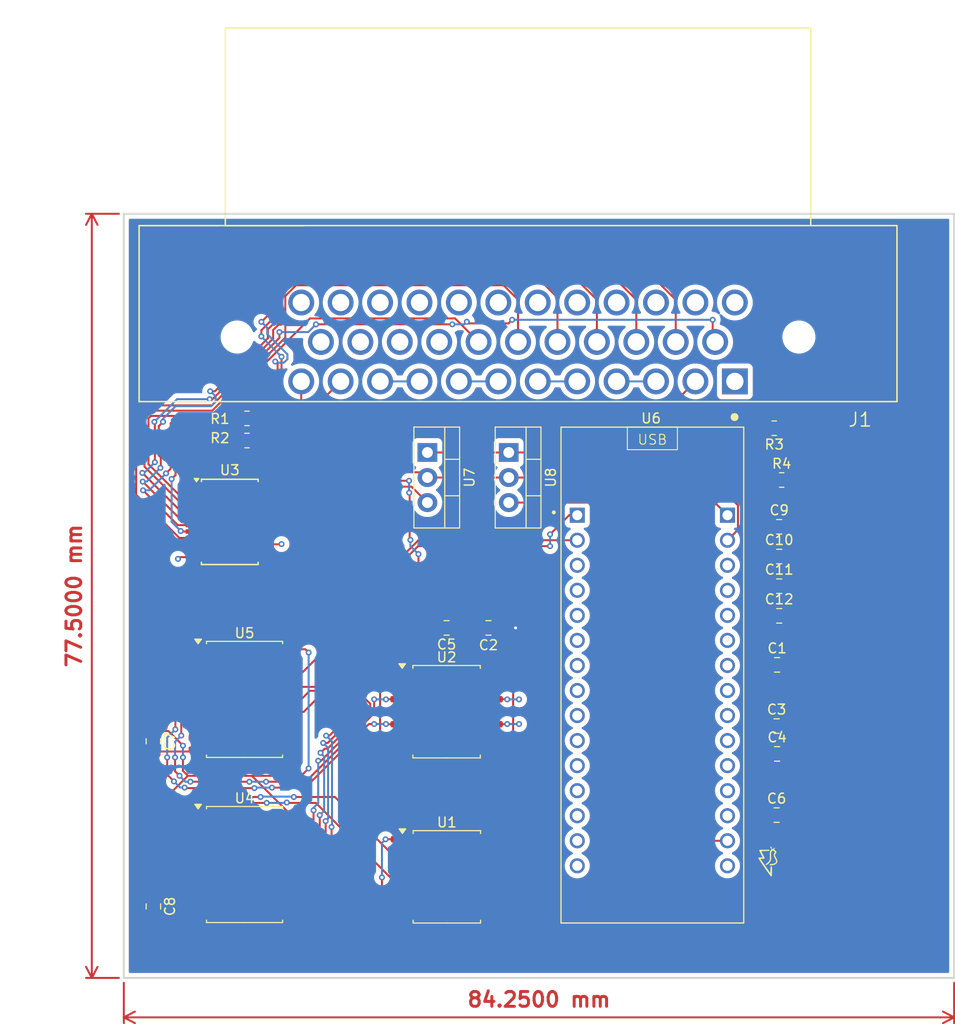
<source format=kicad_pcb>
(kicad_pcb (version 20240108) (generator "pcbnew") (generator_version "8.0")
  (layers (0 "F.Cu" signal) (31 "B.Cu" signal) (34 "B.Paste" user) (35 "F.Paste" user) (36 "B.SilkS" user "B.Silkscreen") (37 "F.SilkS" user "F.Silkscreen") (38 "B.Mask" user) (39 "F.Mask" user) (44 "Edge.Cuts" user))
  (net 0 "")
  (net 1 "+5V")
  (net 2 "GND")
  (net 3 "+3V3")
  (net 4 "+9V")
  (net 5 "+3.3V")
  (net 6 "Brake Sensor F 3V3")
  (net 7 "Brake Sensor F")
  (net 8 "Brake Sensor B")
  (net 9 "Brake Sensor R 3V3")
  (net 10 "CAN1_TX")
  (net 11 "CAN1_RX")
  (net 12 "CAN1_H")
  (net 13 "CAN1_L")
  (net 14 "CAN2_TX")
  (net 15 "CAN2_L")
  (net 16 "CAN2_H")
  (net 17 "CAN2_RX")
  (net 20 "S4")
  (net 22 "S3")
  (net 23 "Acc Intake Pressure")
  (net 24 "ADC")
  (net 25 "Steering Sensor")
  (net 27 "S1")
  (net 28 "S2")
  (net 29 "Acc Intake Temp")
  (net 32 "Acc Intake Flow Rate")
  (net 35 "Acc Exhaust Temp")
  (net 41 "SPI3_MOSI")
  (net 43 "SPI3_SCLK")
  (net 47 "SPI3_MISO")
  (net 49 "SPI3_SSEL1")
  (net 57 "SPI3_SSEL2")
  (net 64 "SPI3-MOSI")
  (net 65 "SPI3-MISO")
  (net 78 "SPI3-SCLK")
  (net 82 "+12V")
  (footprint "FS_3_Global_Footprint_Library:NUCLEO-L432KC" (layer "F.Cu") (at 80.88 64.035)
    (property "Reference" "U6")
    (property "Value" "NUCLEO-L432KC")
  )
  (footprint "Package_SO:SOP-8_6.62x9.15mm_P2.54mm" (layer "F.Cu") (at 60.025 84.5)
    (property "Reference" "U1")
    (property "Value" "ISO1050DUB")
  )
  (footprint "Resistor_SMD:R_0805_2012Metric_Pad1.20x1.40mm_HandSolder" (layer "F.Cu") (at 39.75 40.25 180)
    (property "Reference" "R2")
    (property "Value" "10k")
  )
  (footprint "Capacitor_SMD:C_0805_2012Metric_Pad1.18x1.45mm_HandSolder" (layer "F.Cu") (at 30.25 87.5 -90)
    (property "Reference" "C8")
    (property "Value" "100nf")
  )
  (footprint "Capacitor_SMD:C_0805_2012Metric_Pad1.18x1.45mm_HandSolder" (layer "F.Cu") (at 93.75 58.03)
    (property "Reference" "C12")
    (property "Value" "100nf")
  )
  (footprint "Resistor_SMD:R_0805_2012Metric_Pad1.20x1.40mm_HandSolder" (layer "F.Cu") (at 93.25 39 180)
    (property "Reference" "R3")
    (property "Value" "20k")
  )
  (footprint "Capacitor_SMD:C_0805_2012Metric_Pad1.18x1.45mm_HandSolder" (layer "F.Cu") (at 60 59.25 180)
    (property "Reference" "C5")
    (property "Value" "100nf")
  )
  (footprint "Package_SO:SOIC-18W_7.5x11.6mm_P1.27mm" (layer "F.Cu") (at 39.5 66.5)
    (property "Reference" "U5")
    (property "Value" "MCP2515-I/SO")
  )
  (footprint "Package_SO:SOP-8_6.62x9.15mm_P2.54mm" (layer "F.Cu") (at 60 67.75)
    (property "Reference" "U2")
    (property "Value" "ISO1050DUB")
  )
  (footprint "Capacitor_SMD:C_0805_2012Metric_Pad1.18x1.45mm_HandSolder" (layer "F.Cu") (at 93.5375 63)
    (property "Reference" "C1")
    (property "Value" "100nf")
  )
  (footprint "Capacitor_SMD:C_0805_2012Metric_Pad1.18x1.45mm_HandSolder" (layer "F.Cu") (at 64.25 59.25 180)
    (property "Reference" "C2")
    (property "Value" "100nf")
  )
  (footprint "Capacitor_SMD:C_0805_2012Metric_Pad1.18x1.45mm_HandSolder" (layer "F.Cu") (at 93.75 49)
    (property "Reference" "C9")
    (property "Value" "330nf")
  )
  (footprint "Capacitor_SMD:C_0805_2012Metric_Pad1.18x1.45mm_HandSolder" (layer "F.Cu") (at 93.4875 69.2075)
    (property "Reference" "C3")
    (property "Value" "100nf")
  )
  (footprint "Resistor_SMD:R_0805_2012Metric_Pad1.20x1.40mm_HandSolder" (layer "F.Cu") (at 39.75 38 180)
    (property "Reference" "R1")
    (property "Value" "10k")
  )
  (footprint "FS_3_Global_Footprint_Library:FORMULA SLUG" (layer "F.Cu") (at 95.75 83)
    (property "Reference" "G***" (hide yes))
    (property "Value" "LOGO" (hide yes))
  )
  (footprint "FS_3_Global_Footprint_Library:TE_776180-1" (layer "F.Cu") (at 67.25 30.25 180)
    (property "Reference" "J1")
    (property "Value" "776180-1")
  )
  (footprint "Package_SO:SOIC-18W_7.5x11.6mm_P1.27mm" (layer "F.Cu") (at 39.5 83.25)
    (property "Reference" "U4")
    (property "Value" "MCP2515-I/SO")
  )
  (footprint "Package_TO_SOT_THT:TO-220-3_Vertical" (layer "F.Cu") (at 58.055 41.46 -90)
    (property "Reference" "U7")
    (property "Value" "LM7805_TO220")
  )
  (footprint "Capacitor_SMD:C_0805_2012Metric_Pad1.18x1.45mm_HandSolder" (layer "F.Cu") (at 93.75 55.02)
    (property "Reference" "C11")
    (property "Value" "330nf")
  )
  (footprint "Capacitor_SMD:C_0805_2012Metric_Pad1.18x1.45mm_HandSolder" (layer "F.Cu") (at 93.5375 72.03)
    (property "Reference" "C4")
    (property "Value" "100nf")
  )
  (footprint "Package_TO_SOT_THT:TO-220-3_Vertical" (layer "F.Cu") (at 66.305 41.46 -90)
    (property "Reference" "U8")
    (property "Value" "LM7809_TO220")
  )
  (footprint "Package_SO:SSOP-24_5.3x8.2mm_P0.65mm" (layer "F.Cu") (at 38 48.5)
    (property "Reference" "U3")
    (property "Value" "CD74HC4067SM96")
  )
  (footprint "Capacitor_SMD:C_0805_2012Metric_Pad1.18x1.45mm_HandSolder" (layer "F.Cu") (at 93.4875 78.2375)
    (property "Reference" "C6")
    (property "Value" "100nf")
  )
  (footprint "Capacitor_SMD:C_0805_2012Metric_Pad1.18x1.45mm_HandSolder" (layer "F.Cu") (at 30.25 70.75 -90)
    (property "Reference" "C7")
    (property "Value" "100nf")
  )
  (footprint "Capacitor_SMD:C_0805_2012Metric_Pad1.18x1.45mm_HandSolder" (layer "F.Cu") (at 93.75 52.01)
    (property "Reference" "C10")
    (property "Value" "100nf")
  )
  (footprint "Resistor_SMD:R_0805_2012Metric_Pad1.20x1.40mm_HandSolder" (layer "F.Cu") (at 94 44.25)
    (property "Reference" "R4")
    (property "Value" "20k")
  )
  (gr_rect (start 27.25 17.25) (end 111.5 94.75) (stroke (width 0.2)) (fill none) (layer "Edge.Cuts"))
  (dimension (type aligned) (layer "F.Cu") (pts (xy 27.25 17.25) (xy 27.25 94.75)) (height 3.249999) (gr_text "77.5000 mm" (at 22.200001 56 90) (layer "F.Cu") (effects (font (size 1.5 1.5) (thickness 0.3)))) (format (prefix "") (suffix "") (units 3) (units_format 1) (precision 4)) (style (thickness 0.2) (arrow_length 1.27) (text_position_mode 0) (extension_height 0.58642) (extension_offset 0.5) keep_text_aligned))
  (dimension (type aligned) (layer "F.Cu") (pts (xy 27.25 94.75) (xy 111.5 94.75)) (height 4) (gr_text "84.2500 mm" (at 69.375 96.95 0) (layer "F.Cu") (effects (font (size 1.5 1.5) (thickness 0.3)))) (format (prefix "") (suffix "") (units 3) (units_format 1) (precision 4)) (style (thickness 0.2) (arrow_length 1.27) (text_position_mode 0) (extension_height 0.58642) (extension_offset 0.5) keep_text_aligned))
  (segment (start 64.525 60.525) (end 64.525 63.94) (width 0.2) (layer "F.Cu") (net 1))
  (segment (start 65.94 63.94) (end 66.75 64.75) (width 0.2) (layer "F.Cu") (net 1))
  (segment (start 58.055 46.54) (end 56.44 44.925) (width 0.2) (layer "F.Cu") (net 1))
  (segment (start 63.25 59.25) (end 64.525 60.525) (width 0.2) (layer "F.Cu") (net 1))
  (segment (start 66.75 78.49) (end 64.55 80.69) (width 0.2) (layer "F.Cu") (net 1))
  (segment (start 56.44 44.925) (end 41.6 44.925) (width 0.2) (layer "F.Cu") (net 1))
  (segment (start 63.2125 59.25) (end 63.25 59.25) (width 0.2) (layer "F.Cu") (net 1))
  (segment (start 64.525 63.94) (end 65.94 63.94) (width 0.2) (layer "F.Cu") (net 1))
  (segment (start 66.75 64.75) (end 66.75 78.49) (width 0.2) (layer "F.Cu") (net 1))
  (segment (start 30.25 88.5375) (end 34.6425 88.5375) (width 0.2) (layer "F.Cu") (net 2))
  (segment (start 49.25 34.25) (end 46.657843 36.842157) (width 0.2) (layer "F.Cu") (net 2))
  (segment (start 55.5 88.31) (end 55.5 89.25) (width 0.2) (layer "F.Cu") (net 2))
  (segment (start 34.4 52.075) (end 32.925 52.075) (width 0.2) (layer "F.Cu") (net 2))
  (segment (start 62.0625 58.225) (end 64.2625 58.225) (width 0.2) (layer "F.Cu") (net 2))
  (segment (start 64.55 89.2) (end 64.55 88.31) (width 0.2) (layer "F.Cu") (net 2))
  (segment (start 88.5 50.36) (end 89.565 49.295) (width 0.2) (layer "F.Cu") (net 2))
  (segment (start 55.475 72.725) (end 55.75 73) (width 0.2) (layer "F.Cu") (net 2))
  (segment (start 86.75 44) (end 66.305 44) (width 0.2) (layer "F.Cu") (net 2))
  (segment (start 64 89.75) (end 64.55 89.2) (width 0.2) (layer "F.Cu") (net 2))
  (segment (start 41.6 50.775) (end 43.225 50.775) (width 0.2) (layer "F.Cu") (net 2))
  (segment (start 46.657843 37.342157) (end 52.782843 43.467157) (width 0.2) (layer "F.Cu") (net 2))
  (segment (start 89.565 49.295) (end 89.565 46.815) (width 0.2) (layer "F.Cu") (net 2))
  (segment (start 55.5 89.25) (end 56 89.75) (width 0.2) (layer "F.Cu") (net 2))
  (segment (start 64.25 73) (end 64.525 72.725) (width 0.2) (layer "F.Cu") (net 2))
  (segment (start 61.0375 59.25) (end 62.0625 58.225) (width 0.2) (layer "F.Cu") (net 2))
  (segment (start 64.525 72.725) (end 64.525 71.56) (width 0.2) (layer "F.Cu") (net 2))
  (segment (start 58.055 44) (end 66.305 44) (width 0.2) (layer "F.Cu") (net 2))
  (segment (start 46.657843 36.842157) (end 46.657843 37.342157) (width 0.2) (layer "F.Cu") (net 2))
  (segment (start 65.2875 59.25) (end 67 59.25) (width 0.2) (layer "F.Cu") (net 2))
  (segment (start 64.2625 58.225) (end 65.2875 59.25) (width 0.2) (layer "F.Cu") (net 2))
  (segment (start 30.25 71.7875) (end 34.6425 71.7875) (width 0.2) (layer "F.Cu") (net 2))
  (segment (start 34.6425 71.7875) (end 34.85 71.58) (width 0.2) (layer "F.Cu") (net 2))
  (segment (start 56 89.75) (end 64 89.75) (width 0.2) (layer "F.Cu") (net 2))
  (segment (start 55.75 73) (end 64.25 73) (width 0.2) (layer "F.Cu") (net 2))
  (segment (start 34.6425 88.5375) (end 34.85 88.33) (width 0.2) (layer "F.Cu") (net 2))
  (segment (start 32.925 52.075) (end 32.75 52.25) (width 0.2) (layer "F.Cu") (net 2))
  (segment (start 43.225 50.775) (end 43.25 50.75) (width 0.2) (layer "F.Cu") (net 2))
  (segment (start 57.522157 43.467157) (end 58.055 44) (width 0.2) (layer "F.Cu") (net 2))
  (segment (start 55.475 71.56) (end 55.475 72.725) (width 0.2) (layer "F.Cu") (net 2))
  (segment (start 52.782843 43.467157) (end 57.522157 43.467157) (width 0.2) (layer "F.Cu") (net 2))
  (segment (start 89.565 46.815) (end 86.75 44) (width 0.2) (layer "F.Cu") (net 2))
  (via (at 67 59.25) (size 0.6) (drill 0.3) (layers "F.Cu" "B.Cu") (net 2))
  (via (at 43.25 50.75) (size 0.6) (drill 0.3) (layers "F.Cu" "B.Cu") (net 2))
  (via (at 32.75 52.25) (size 0.6) (drill 0.3) (layers "F.Cu" "B.Cu") (net 2))
  (segment (start 55.499265 80.690735) (end 55.5 80.69) (width 0.2) (layer "F.Cu") (net 3))
  (segment (start 45.75 37) (end 53.075 44.325) (width 0.2) (layer "F.Cu") (net 3))
  (segment (start 56.25 45.58353) (end 56.25 50.25) (width 0.2) (layer "F.Cu") (net 3))
  (segment (start 56.208235 45.541765) (end 56.25 45.58353) (width 0.2) (layer "F.Cu") (net 3))
  (segment (start 57.145362 62.269638) (end 55.475 63.94) (width 0.2) (layer "F.Cu") (net 3))
  (segment (start 53.25 64.75) (end 53.25 78.44) (width 0.2) (layer "F.Cu") (net 3))
  (segment (start 53.440735 88.084311) (end 53.440735 84.559265) (width 0.2) (layer "F.Cu") (net 3))
  (segment (start 55.5 90) (end 55.356424 90) (width 0.2) (layer "F.Cu") (net 3))
  (segment (start 53.075 44.325) (end 56.195121 44.325) (width 0.2) (layer "F.Cu") (net 3))
  (segment (start 56.25 50.25) (end 56.325735 50.325735) (width 0.2) (layer "F.Cu") (net 3))
  (segment (start 83.16 80.84) (end 81.75 82.25) (width 0.2) (layer "F.Cu") (net 3))
  (segment (start 45.25 36.5) (end 45.75 37) (width 0.2) (layer "F.Cu") (net 3))
  (segment (start 55.475 63.94) (end 54.06 63.94) (width 0.2) (layer "F.Cu") (net 3))
  (segment (start 57.145362 51.768853) (end 57.145362 62.269638) (width 0.2) (layer "F.Cu") (net 3))
  (segment (start 58.9625 59.25) (end 58.9625 60.4525) (width 0.2) (layer "F.Cu") (net 3))
  (segment (start 45.25 34.25) (end 45.25 36.5) (width 0.2) (layer "F.Cu") (net 3))
  (segment (start 53.25 78.44) (end 55.5 80.69) (width 0.2) (layer "F.Cu") (net 3))
  (segment (start 81.75 82.25) (end 73.85 90.15) (width 0.2) (layer "F.Cu") (net 3))
  (segment (start 58.9625 60.4525) (end 57.145362 62.269638) (width 0.2) (layer "F.Cu") (net 3))
  (segment (start 53.809265 80.690735) (end 55.499265 80.690735) (width 0.2) (layer "F.Cu") (net 3))
  (segment (start 55.356424 90) (end 53.440735 88.084311) (width 0.2) (layer "F.Cu") (net 3))
  (segment (start 88.5 80.84) (end 83.16 80.84) (width 0.2) (layer "F.Cu") (net 3))
  (segment (start 55.65 90.15) (end 55.5 90) (width 0.2) (layer "F.Cu") (net 3))
  (segment (start 73.85 90.15) (end 55.65 90.15) (width 0.2) (layer "F.Cu") (net 3))
  (segment (start 54.06 63.94) (end 53.25 64.75) (width 0.2) (layer "F.Cu") (net 3))
  (via (at 56.325735 50.325735) (size 0.6) (drill 0.3) (layers "F.Cu" "B.Cu") (net 3))
  (via (at 56.208235 45.541765) (size 0.6) (drill 0.3) (layers "F.Cu" "B.Cu") (net 3))
  (via (at 57.145362 51.768853) (size 0.6) (drill 0.3) (layers "F.Cu" "B.Cu") (net 3))
  (via (at 53.809265 80.690735) (size 0.6) (drill 0.3) (layers "F.Cu" "B.Cu") (net 3))
  (via (at 56.195121 44.325) (size 0.6) (drill 0.3) (layers "F.Cu" "B.Cu") (net 3))
  (via (at 53.440735 84.559265) (size 0.6) (drill 0.3) (layers "F.Cu" "B.Cu") (net 3))
  (segment (start 56.325735 50.949226) (end 57.145362 51.768853) (width 0.2) (layer "B.Cu") (net 3))
  (segment (start 53.440735 81.059265) (end 53.809265 80.690735) (width 0.2) (layer "B.Cu") (net 3))
  (segment (start 56.325735 50.325735) (end 56.325735 50.949226) (width 0.2) (layer "B.Cu") (net 3))
  (segment (start 56.195121 45.528651) (end 56.208235 45.541765) (width 0.2) (layer "B.Cu") (net 3))
  (segment (start 53.440735 84.559265) (end 53.440735 81.059265) (width 0.2) (layer "B.Cu") (net 3))
  (segment (start 56.195121 44.325) (end 56.195121 45.528651) (width 0.2) (layer "B.Cu") (net 3))
  (segment (start 87.22 46.54) (end 66.305 46.54) (width 0.2) (layer "F.Cu") (net 4))
  (segment (start 88.5 47.82) (end 87.22 46.54) (width 0.2) (layer "F.Cu") (net 4))
  (segment (start 40.23 74.25) (end 44.15 78.17) (width 0.2) (layer "F.Cu") (net 5))
  (segment (start 31.775 69.7125) (end 33.25 71.1875) (width 0.2) (layer "F.Cu") (net 5))
  (segment (start 33.75 74.25) (end 40.23 74.25) (width 0.2) (layer "F.Cu") (net 5))
  (segment (start 30.25 69.7125) (end 31.775 69.7125) (width 0.2) (layer "F.Cu") (net 5))
  (segment (start 45.67 61.42) (end 46 61.75) (width 0.2) (layer "F.Cu") (net 5))
  (segment (start 30.25 77.75) (end 33.75 74.25) (width 0.2) (layer "F.Cu") (net 5))
  (segment (start 45.25 74.25) (end 46 73.5) (width 0.2) (layer "F.Cu") (net 5))
  (segment (start 33.25 73.75) (end 33.75 74.25) (width 0.2) (layer "F.Cu") (net 5))
  (segment (start 44.15 61.42) (end 45.67 61.42) (width 0.2) (layer "F.Cu") (net 5))
  (segment (start 33.25 72.3875) (end 33.25 73.75) (width 0.2) (layer "F.Cu") (net 5))
  (segment (start 30.25 86.4625) (end 30.25 77.75) (width 0.2) (layer "F.Cu") (net 5))
  (segment (start 40.23 74.25) (end 45.25 74.25) (width 0.2) (layer "F.Cu") (net 5))
  (via (at 46 73.5) (size 0.6) (drill 0.3) (layers "F.Cu" "B.Cu") (net 5))
  (via (at 33.25 71.1875) (size 0.6) (drill 0.3) (layers "F.Cu" "B.Cu") (net 5))
  (via (at 33.25 72.3875) (size 0.6) (drill 0.3) (layers "F.Cu" "B.Cu") (net 5))
  (via (at 46 61.75) (size 0.6) (drill 0.3) (layers "F.Cu" "B.Cu") (net 5))
  (segment (start 33.25 71.1875) (end 33.25 72.3875) (width 0.2) (layer "B.Cu") (net 5))
  (segment (start 46 61.75) (end 46 73.5) (width 0.2) (layer "B.Cu") (net 5))
  (segment (start 32 43.11275) (end 31.53064 43.58211) (width 0.2) (layer "F.Cu") (net 6))
  (segment (start 32.25 38.25) (end 32 38.5) (width 0.2) (layer "F.Cu") (net 6))
  (segment (start 32 38.5) (end 32 43.11275) (width 0.2) (layer "F.Cu") (net 6))
  (segment (start 38.5 38) (end 38.25 38.25) (width 0.2) (layer "F.Cu") (net 6))
  (segment (start 38.25 38.25) (end 32.25 38.25) (width 0.2) (layer "F.Cu") (net 6))
  (segment (start 32.72941 48.825) (end 34.4 48.825) (width 0.2) (layer "F.Cu") (net 6))
  (segment (start 38.75 38) (end 38.5 38) (width 0.2) (layer "F.Cu") (net 6))
  (segment (start 29.202205 45.297795) (end 32.72941 48.825) (width 0.2) (layer "F.Cu") (net 6))
  (via (at 31.53064 43.58211) (size 0.6) (drill 0.3) (layers "F.Cu" "B.Cu") (net 6))
  (via (at 29.202205 45.297795) (size 0.6) (drill 0.3) (layers "F.Cu" "B.Cu") (net 6))
  (segment (start 29.814955 45.297795) (end 29.202205 45.297795) (width 0.2) (layer "B.Cu") (net 6))
  (segment (start 31.53064 43.58211) (end 29.814955 45.297795) (width 0.2) (layer "B.Cu") (net 6))
  (segment (start 42.61367 32.234859) (end 42.85 32.471189) (width 0.2) (layer "F.Cu") (net 7))
  (segment (start 42.85 32.471189) (end 42.85 37.25) (width 0.2) (layer "F.Cu") (net 7))
  (segment (start 41.985907 27.437377) (end 41.211642 28.211642) (width 0.2) (layer "F.Cu") (net 7))
  (segment (start 80.18042 22.9) (end 44.056836 22.9) (width 0.2) (layer "F.Cu") (net 7))
  (segment (start 41.985907 24.970929) (end 41.985907 27.25) (width 0.2) (layer "F.Cu") (net 7))
  (segment (start 41.985907 27.25) (end 41.985907 27.437377) (width 0.2) (layer "F.Cu") (net 7))
  (segment (start 44.056836 22.9) (end 41.985907 24.970929) (width 0.2) (layer "F.Cu") (net 7))
  (segment (start 42.1 38) (end 40.75 38) (width 0.2) (layer "F.Cu") (net 7))
  (segment (start 83.25 25.96958) (end 80.18042 22.9) (width 0.2) (layer "F.Cu") (net 7))
  (segment (start 42.85 37.25) (end 42.1 38) (width 0.2) (layer "F.Cu") (net 7))
  (segment (start 83.25 30.25) (end 83.25 25.96958) (width 0.2) (layer "F.Cu") (net 7))
  (via (at 42.61367 32.234859) (size 0.6) (drill 0.3) (layers "F.Cu" "B.Cu") (net 7))
  (via (at 41.211642 28.211642) (size 0.6) (drill 0.3) (layers "F.Cu" "B.Cu") (net 7))
  (segment (start 42.728811 32.35) (end 42.61367 32.234859) (width 0.2) (layer "B.Cu") (net 7))
  (segment (start 43.85 31.998529) (end 43.498529 32.35) (width 0.2) (layer "B.Cu") (net 7))
  (segment (start 41.803677 28.803677) (end 41.803677 29.455148) (width 0.2) (layer "B.Cu") (net 7))
  (segment (start 41.803677 29.455148) (end 43.85 31.501471) (width 0.2) (layer "B.Cu") (net 7))
  (segment (start 43.85 31.501471) (end 43.85 31.998529) (width 0.2) (layer "B.Cu") (net 7))
  (segment (start 43.498529 32.35) (end 42.728811 32.35) (width 0.2) (layer "B.Cu") (net 7))
  (segment (start 41.211642 28.211642) (end 41.803677 28.803677) (width 0.2) (layer "B.Cu") (net 7))
  (segment (start 43.25 37.75) (end 40.75 40.25) (width 0.2) (layer "F.Cu") (net 8))
  (segment (start 44.222522 23.3) (end 42.385907 25.136615) (width 0.2) (layer "F.Cu") (net 8))
  (segment (start 42.385907 25.136615) (end 42.385907 27.885907) (width 0.2) (layer "F.Cu") (net 8))
  (segment (start 79.25 30.25) (end 79.25 25.96958) (width 0.2) (layer "F.Cu") (net 8))
  (segment (start 43.25 31.75) (end 43.25 37.75) (width 0.2) (layer "F.Cu") (net 8))
  (segment (start 79.25 25.96958) (end 76.58042 23.3) (width 0.2) (layer "F.Cu") (net 8))
  (segment (start 41.203677 29.068137) (end 41.203677 29.685049) (width 0.2) (layer "F.Cu") (net 8))
  (segment (start 76.58042 23.3) (end 44.222522 23.3) (width 0.2) (layer "F.Cu") (net 8))
  (segment (start 42.385907 27.885907) (end 41.203677 29.068137) (width 0.2) (layer "F.Cu") (net 8))
  (via (at 43.25 31.75) (size 0.6) (drill 0.3) (layers "F.Cu" "B.Cu") (net 8))
  (via (at 41.203677 29.685049) (size 0.6) (drill 0.3) (layers "F.Cu" "B.Cu") (net 8))
  (segment (start 41.203677 29.703677) (end 43.25 31.75) (width 0.2) (layer "B.Cu") (net 8))
  (segment (start 41.203677 29.685049) (end 41.203677 29.703677) (width 0.2) (layer "B.Cu") (net 8))
  (segment (start 32.5 40.5) (end 32.75 40.25) (width 0.2) (layer "F.Cu") (net 9))
  (segment (start 32.75 40.25) (end 38.75 40.25) (width 0.2) (layer "F.Cu") (net 9))
  (segment (start 32.5 43.75) (end 32.5 40.5) (width 0.2) (layer "F.Cu") (net 9))
  (segment (start 32.099265 44.150735) (end 32.5 43.75) (width 0.2) (layer "F.Cu") (net 9))
  (segment (start 33.073527 49.475) (end 33.023527 49.425) (width 0.2) (layer "F.Cu") (net 9))
  (segment (start 34.4 49.475) (end 33.073527 49.475) (width 0.2) (layer "F.Cu") (net 9))
  (via (at 32.099265 44.150735) (size 0.6) (drill 0.3) (layers "F.Cu" "B.Cu") (net 9))
  (via (at 33.023527 49.425) (size 0.6) (drill 0.3) (layers "F.Cu" "B.Cu") (net 9))
  (segment (start 33.023527 49.425) (end 32.099265 48.500738) (width 0.2) (layer "B.Cu") (net 9))
  (segment (start 32.099265 48.500738) (end 32.099265 44.150735) (width 0.2) (layer "B.Cu") (net 9))
  (segment (start 43.789265 76.960735) (end 43.82853 77) (width 0.2) (layer "F.Cu") (net 10))
  (segment (start 34.85 78.17) (end 36.02 77) (width 0.2) (layer "F.Cu") (net 10))
  (segment (start 36.75 77) (end 41.75 77) (width 0.2) (layer "F.Cu") (net 10))
  (segment (start 36.02 77) (end 36.75 77) (width 0.2) (layer "F.Cu") (net 10))
  (segment (start 46.73 77) (end 55.5 85.77) (width 0.2) (layer "F.Cu") (net 10))
  (segment (start 43.82853 77) (end 46.73 77) (width 0.2) (layer "F.Cu") (net 10))
  (via (at 41.75 77) (size 0.6) (drill 0.3) (layers "F.Cu" "B.Cu") (net 10))
  (via (at 43.789265 76.960735) (size 0.6) (drill 0.3) (layers "F.Cu" "B.Cu") (net 10))
  (segment (start 41.75 77) (end 43.75 77) (width 0.2) (layer "B.Cu") (net 10))
  (segment (start 43.75 77) (end 43.789265 76.960735) (width 0.2) (layer "B.Cu") (net 10))
  (segment (start 44.5 76.4) (end 48.67 76.4) (width 0.2) (layer "F.Cu") (net 11))
  (segment (start 48.67 76.4) (end 55.5 83.23) (width 0.2) (layer "F.Cu") (net 11))
  (segment (start 34.85 79.44) (end 33.69 79.44) (width 0.2) (layer "F.Cu") (net 11))
  (segment (start 34.954448 76.4) (end 41.123898 76.4) (width 0.2) (layer "F.Cu") (net 11))
  (segment (start 33.69 79.44) (end 33.25 79) (width 0.2) (layer "F.Cu") (net 11))
  (segment (start 33.25 79) (end 33.25 78.104448) (width 0.2) (layer "F.Cu") (net 11))
  (segment (start 33.25 78.104448) (end 34.954448 76.4) (width 0.2) (layer "F.Cu") (net 11))
  (via (at 44.5 76.4) (size 0.6) (drill 0.3) (layers "F.Cu" "B.Cu") (net 11))
  (via (at 41.123898 76.4) (size 0.6) (drill 0.3) (layers "F.Cu" "B.Cu") (net 11))
  (segment (start 41.163163 76.360735) (end 44.460735 76.360735) (width 0.2) (layer "B.Cu") (net 11))
  (segment (start 44.460735 76.360735) (end 44.5 76.4) (width 0.2) (layer "B.Cu") (net 11))
  (segment (start 41.123898 76.4) (end 41.163163 76.360735) (width 0.2) (layer "B.Cu") (net 11))
  (segment (start 77.25 34.25) (end 81.25 34.25) (width 0.2) (layer "B.Cu") (net 12))
  (segment (start 61.25 34.25) (end 65.25 34.25) (width 0.2) (layer "B.Cu") (net 13))
  (segment (start 32.335783 74.815688) (end 31.649994 74.129899) (width 0.2) (layer "F.Cu") (net 14))
  (segment (start 53.87 69.02) (end 53.85 69) (width 0.2) (layer "F.Cu") (net 14))
  (segment (start 40.5 75.5) (end 33.476873 75.5) (width 0.2) (layer "F.Cu") (net 14))
  (segment (start 32.480515 69.541099) (end 32.480515 63.393933) (width 0.2) (layer "F.Cu") (net 14))
  (segment (start 31.649994 74.129899) (end 31.649994 72.3875) (width 0.2) (layer "F.Cu") (net 14))
  (segment (start 52.65 69) (end 52.115686 69) (width 0.2) (layer "F.Cu") (net 14))
  (segment (start 55.475 69.02) (end 53.87 69.02) (width 0.2) (layer "F.Cu") (net 14))
  (segment (start 46.307843 74.807843) (end 45.665686 75.45) (width 0.2) (layer "F.Cu") (net 14))
  (segment (start 33.476873 75.5) (end 33.421524 75.444651) (width 0.2) (layer "F.Cu") (net 14))
  (segment (start 32.480515 63.393933) (end 34.454448 61.42) (width 0.2) (layer "F.Cu") (net 14))
  (segment (start 34.454448 61.42) (end 34.85 61.42) (width 0.2) (layer "F.Cu") (net 14))
  (segment (start 52.115686 69) (end 46.307843 74.807843) (width 0.2) (layer "F.Cu") (net 14))
  (segment (start 45.665686 75.45) (end 42.278527 75.45) (width 0.2) (layer "F.Cu") (net 14))
  (via (at 53.85 69) (size 0.6) (drill 0.3) (layers "F.Cu" "B.Cu") (net 14))
  (via (at 52.65 69) (size 0.6) (drill 0.3) (layers "F.Cu" "B.Cu") (net 14))
  (via (at 31.649994 72.3875) (size 0.6) (drill 0.3) (layers "F.Cu" "B.Cu") (net 14))
  (via (at 32.335783 74.815688) (size 0.6) (drill 0.3) (layers "F.Cu" "B.Cu") (net 14))
  (via (at 33.421524 75.444651) (size 0.6) (drill 0.3) (layers "F.Cu" "B.Cu") (net 14))
  (via (at 42.278527 75.45) (size 0.6) (drill 0.3) (layers "F.Cu" "B.Cu") (net 14))
  (via (at 40.5 75.5) (size 0.6) (drill 0.3) (layers "F.Cu" "B.Cu") (net 14))
  (via (at 32.480515 69.541099) (size 0.6) (drill 0.3) (layers "F.Cu" "B.Cu") (net 14))
  (segment (start 32.964746 75.444651) (end 32.335783 74.815688) (width 0.2) (layer "B.Cu") (net 14))
  (segment (start 40.55 75.45) (end 40.5 75.5) (width 0.2) (layer "B.Cu") (net 14))
  (segment (start 31.649994 70.37162) (end 32.480515 69.541099) (width 0.2) (layer "B.Cu") (net 14))
  (segment (start 42.278527 75.45) (end 40.55 75.45) (width 0.2) (layer "B.Cu") (net 14))
  (segment (start 33.421524 75.444651) (end 32.964746 75.444651) (width 0.2) (layer "B.Cu") (net 14))
  (segment (start 53.85 69) (end 52.65 69) (width 0.2) (layer "B.Cu") (net 14))
  (segment (start 31.649994 72.3875) (end 31.649994 70.37162) (width 0.2) (layer "B.Cu") (net 14))
  (segment (start 64.525 69.02) (end 66.13 69.02) (width 0.2) (layer "F.Cu") (net 15))
  (segment (start 66.13 69.02) (end 66.15 69) (width 0.2) (layer "F.Cu") (net 15))
  (via (at 66.15 69) (size 0.6) (drill 0.3) (layers "F.Cu" "B.Cu") (net 15))
  (via (at 67.35 69) (size 0.6) (drill 0.3) (layers "F.Cu" "B.Cu") (net 15))
  (segment (start 53.25 34.25) (end 57.25 34.25) (width 0.2) (layer "B.Cu") (net 15))
  (segment (start 66.15 69) (end 67.35 69) (width 0.2) (layer "B.Cu") (net 15))
  (segment (start 64.525 66.48) (end 66.13 66.48) (width 0.2) (layer "F.Cu") (net 16))
  (segment (start 66.13 66.48) (end 66.15 66.5) (width 0.2) (layer "F.Cu") (net 16))
  (via (at 66.15 66.5) (size 0.6) (drill 0.3) (layers "F.Cu" "B.Cu") (net 16))
  (via (at 67.35 66.5) (size 0.6) (drill 0.3) (layers "F.Cu" "B.Cu") (net 16))
  (segment (start 66.15 66.5) (end 67.35 66.5) (width 0.2) (layer "B.Cu") (net 16))
  (segment (start 73.25 34.25) (end 69.25 34.25) (width 0.2) (layer "B.Cu") (net 16))
  (segment (start 33.080515 70.169485) (end 33.080515 63.434486) (width 0.2) (layer "F.Cu") (net 17))
  (segment (start 32.90147 74.25) (end 32.449997 73.798527) (width 0.2) (layer "F.Cu") (net 17))
  (segment (start 33.080515 63.434486) (end 33.825001 62.69) (width 0.2) (layer "F.Cu") (net 17))
  (segment (start 39.98147 74.85) (end 34 74.85) (width 0.2) (layer "F.Cu") (net 17))
  (segment (start 33.825001 62.69) (end 34.85 62.69) (width 0.2) (layer "F.Cu") (net 17))
  (segment (start 41.678527 74.85) (end 45.7 74.85) (width 0.2) (layer "F.Cu") (net 17))
  (segment (start 39.990735 74.859265) (end 39.98147 74.85) (width 0.2) (layer "F.Cu") (net 17))
  (segment (start 45.7 74.85) (end 52.65 67.9) (width 0.2) (layer "F.Cu") (net 17))
  (segment (start 52.65 67.9) (end 52.65 66.5) (width 0.2) (layer "F.Cu") (net 17))
  (segment (start 32.449997 73.798527) (end 32.449997 72.3875) (width 0.2) (layer "F.Cu") (net 17))
  (segment (start 53.87 66.48) (end 53.85 66.5) (width 0.2) (layer "F.Cu") (net 17))
  (segment (start 55.475 66.48) (end 53.87 66.48) (width 0.2) (layer "F.Cu") (net 17))
  (via (at 33.080515 70.169485) (size 0.6) (drill 0.3) (layers "F.Cu" "B.Cu") (net 17))
  (via (at 39.990735 74.859265) (size 0.6) (drill 0.3) (layers "F.Cu" "B.Cu") (net 17))
  (via (at 32.90147 74.25) (size 0.6) (drill 0.3) (layers "F.Cu" "B.Cu") (net 17))
  (via (at 34 74.85) (size 0.6) (drill 0.3) (layers "F.Cu" "B.Cu") (net 17))
  (via (at 41.678527 74.85) (size 0.6) (drill 0.3) (layers "F.Cu" "B.Cu") (net 17))
  (via (at 32.449997 72.3875) (size 0.6) (drill 0.3) (layers "F.Cu" "B.Cu") (net 17))
  (via (at 52.65 66.5) (size 0.6) (drill 0.3) (layers "F.Cu" "B.Cu") (net 17))
  (via (at 53.85 66.5) (size 0.6) (drill 0.3) (layers "F.Cu" "B.Cu") (net 17))
  (segment (start 40 74.85) (end 39.990735 74.859265) (width 0.2) (layer "B.Cu") (net 17))
  (segment (start 32.449997 70.800003) (end 33.080515 70.169485) (width 0.2) (layer "B.Cu") (net 17))
  (segment (start 34 74.85) (end 33.50147 74.85) (width 0.2) (layer "B.Cu") (net 17))
  (segment (start 53.85 66.5) (end 52.65 66.5) (width 0.2) (layer "B.Cu") (net 17))
  (segment (start 32.449997 72.3875) (end 32.449997 70.800003) (width 0.2) (layer "B.Cu") (net 17))
  (segment (start 41.678527 74.85) (end 40 74.85) (width 0.2) (layer "B.Cu") (net 17))
  (segment (start 33.50147 74.85) (end 32.90147 74.25) (width 0.2) (layer "B.Cu") (net 17))
  (segment (start 36.217157 37.217157) (end 43.6375 29.796814) (width 0.2) (layer "F.Cu") (net 23))
  (segment (start 33.325 46.875) (end 29.35 42.9) (width 0.2) (layer "F.Cu") (net 23))
  (segment (start 29.967157 37.217157) (end 36.217157 37.217157) (width 0.2) (layer "F.Cu") (net 23))
  (segment (start 29.35 37.834314) (end 29.967157 37.217157) (width 0.2) (layer "F.Cu") (net 23))
  (segment (start 43.6375 29.796814) (end 43.6375 25.58208) (width 0.2) (layer "F.Cu") (net 23))
  (segment (start 67.25 25.96958) (end 67.25 30.25) (width 0.2) (layer "F.Cu") (net 23))
  (segment (start 43.6375 25.58208) (end 44.71958 24.5) (width 0.2) (layer "F.Cu") (net 23))
  (segment (start 44.71958 24.5) (end 65.78042 24.5) (width 0.2) (layer "F.Cu") (net 23))
  (segment (start 65.78042 24.5) (end 67.25 25.96958) (width 0.2) (layer "F.Cu") (net 23))
  (segment (start 34.4 46.875) (end 33.325 46.875) (width 0.2) (layer "F.Cu") (net 23))
  (segment (start 29.35 42.9) (end 29.35 37.834314) (width 0.2) (layer "F.Cu") (net 23))
  (segment (start 28.5 45.75) (end 28.5 38) (width 0.2) (layer "F.Cu") (net 25))
  (segment (start 46.75 28.4625) (end 60.575735 28.4625) (width 0.2) (layer "F.Cu") (net 25))
  (segment (start 62.049265 28.200735) (end 62.21811 28.36958) (width 0.2) (layer "F.Cu") (net 25))
  (segment (start 87 28) (end 87 30) (width 0.2) (layer "F.Cu") (net 25))
  (segment (start 32.875 50.125) (end 28.5 45.75) (width 0.2) (layer "F.Cu") (net 25))
  (segment (start 28.5 38) (end 29.815686 36.684314) (width 0.2) (layer "F.Cu") (net 25))
  (segment (start 66.28042 28.36958) (end 66.65 28) (width 0.2) (layer "F.Cu") (net 25))
  (segment (start 87 30) (end 87.25 30.25) (width 0.2) (layer "F.Cu") (net 25))
  (segment (start 34.4 50.125) (end 32.875 50.125) (width 0.2) (layer "F.Cu") (net 25))
  (segment (start 29.815686 36.684314) (end 36.184314 36.684314) (width 0.2) (layer "F.Cu") (net 25))
  (segment (start 36.184314 36.684314) (end 43.0375 29.831128) (width 0.2) (layer "F.Cu") (net 25))
  (segment (start 43.0375 29.831128) (end 43.0375 29.25) (width 0.2) (layer "F.Cu") (net 25))
  (segment (start 62.21811 28.36958) (end 66.28042 28.36958) (width 0.2) (layer "F.Cu") (net 25))
  (via (at 66.65 28) (size 0.6) (drill 0.3) (layers "F.Cu" "B.Cu") (net 25))
  (via (at 62.049265 28.200735) (size 0.6) (drill 0.3) (layers "F.Cu" "B.Cu") (net 25))
  (via (at 43.0375 29.25) (size 0.6) (drill 0.3) (layers "F.Cu" "B.Cu") (net 25))
  (via (at 87 28) (size 0.6) (drill 0.3) (layers "F.Cu" "B.Cu") (net 25))
  (via (at 46.75 28.4625) (size 0.6) (drill 0.3) (layers "F.Cu" "B.Cu") (net 25))
  (via (at 60.575735 28.4625) (size 0.6) (drill 0.3) (layers "F.Cu" "B.Cu") (net 25))
  (segment (start 60.575735 28.4625) (end 61.7875 28.4625) (width 0.2) (layer "B.Cu") (net 25))
  (segment (start 43.0375 29.25) (end 45.9625 29.25) (width 0.2) (layer "B.Cu") (net 25))
  (segment (start 66.65 28) (end 87 28) (width 0.2) (layer "B.Cu") (net 25))
  (segment (start 61.7875 28.4625) (end 62.049265 28.200735) (width 0.2) (layer "B.Cu") (net 25))
  (segment (start 45.9625 29.25) (end 46.75 28.4625) (width 0.2) (layer "B.Cu") (net 25))
  (segment (start 42.8375 28) (end 42.8375 25.250708) (width 0.2) (layer "F.Cu") (net 29))
  (segment (start 34.4 48.175) (end 32.92794 48.175) (width 0.2) (layer "F.Cu") (net 29))
  (segment (start 30.964952 43.016423) (end 30.999265 42.98211) (width 0.2) (layer "F.Cu") (net 29))
  (segment (start 72.98042 23.7) (end 75.25 25.96958) (width 0.2) (layer "F.Cu") (net 29))
  (segment (start 44.388208 23.7) (end 72.98042 23.7) (width 0.2) (layer "F.Cu") (net 29))
  (segment (start 30.799265 38.781173) (end 31.230438 38.35) (width 0.2) (layer "F.Cu") (net 29))
  (segment (start 41.868628 29.868628) (end 41.868628 28.968872) (width 0.2) (layer "F.Cu") (net 29))
  (segment (start 30.999265 41.95) (end 30.799265 41.75) (width 0.2) (layer "F.Cu") (net 29))
  (segment (start 30.799265 41.75) (end 30.799265 38.781173) (width 0.2) (layer "F.Cu") (net 29))
  (segment (start 36.01433 35.253553) (end 36.483703 35.253553) (width 0.2) (layer "F.Cu") (net 29))
  (segment (start 30.999265 42.98211) (end 30.999265 41.95) (width 0.2) (layer "F.Cu") (net 29))
  (segment (start 41.868628 28.968872) (end 42.8375 28) (width 0.2) (layer "F.Cu") (net 29))
  (segment (start 42.8375 25.250708) (end 44.388208 23.7) (width 0.2) (layer "F.Cu") (net 29))
  (segment (start 75.25 25.96958) (end 75.25 30.25) (width 0.2) (layer "F.Cu") (net 29))
  (segment (start 36.483703 35.253553) (end 41.868628 29.868628) (width 0.2) (layer "F.Cu") (net 29))
  (segment (start 32.92794 48.175) (end 29.167061 44.414121) (width 0.2) (layer "F.Cu") (net 29))
  (via (at 29.167061 44.414121) (size 0.6) (drill 0.3) (layers "F.Cu" "B.Cu") (net 29))
  (via (at 30.964952 43.016423) (size 0.6) (drill 0.3) (layers "F.Cu" "B.Cu") (net 29))
  (via (at 36.01433 35.253553) (size 0.6) (drill 0.3) (layers "F.Cu" "B.Cu") (net 29))
  (via (at 31.230438 38.35) (size 0.6) (drill 0.3) (layers "F.Cu" "B.Cu") (net 29))
  (segment (start 36.567892 36.300735) (end 36.567892 35.77216) (width 0.2) (layer "B.Cu") (net 29))
  (segment (start 36.567892 35.77216) (end 36.049285 35.253553) (width 0.2) (layer "B.Cu") (net 29))
  (segment (start 31.230438 38.035248) (end 32.507843 36.757843) (width 0.2) (layer "B.Cu") (net 29))
  (segment (start 29.567254 44.414121) (end 30.964952 43.016423) (width 0.2) (layer "B.Cu") (net 29))
  (segment (start 29.167061 44.414121) (end 29.567254 44.414121) (width 0.2) (layer "B.Cu") (net 29))
  (segment (start 31.230438 38.35) (end 31.230438 38.035248) (width 0.2) (layer "B.Cu") (net 29))
  (segment (start 32.507843 36.757843) (end 36.110784 36.757843) (width 0.2) (layer "B.Cu") (net 29))
  (segment (start 36.110784 36.757843) (end 36.567892 36.300735) (width 0.2) (layer "B.Cu") (net 29))
  (segment (start 36.049285 35.253553) (end 36.01433 35.253553) (width 0.2) (layer "B.Cu") (net 29))
  (segment (start 36.25 37.75) (end 30 37.75) (width 0.2) (layer "F.Cu") (net 32))
  (segment (start 63.25 30.25) (end 60.8625 27.8625) (width 0.2) (layer "F.Cu") (net 32))
  (segment (start 60.8625 27.8625) (end 46.1375 27.8625) (width 0.2) (layer "F.Cu") (net 32))
  (segment (start 46.1375 27.8625) (end 36.25 37.75) (width 0.2) (layer "F.Cu") (net 32))
  (segment (start 29.75 38) (end 29.75 42.65) (width 0.2) (layer "F.Cu") (net 32))
  (segment (start 29.75 42.65) (end 33.325 46.225) (width 0.2) (layer "F.Cu") (net 32))
  (segment (start 30 37.75) (end 29.75 38) (width 0.2) (layer "F.Cu") (net 32))
  (segment (start 33.325 46.225) (end 34.4 46.225) (width 0.2) (layer "F.Cu") (net 32))
  (segment (start 43.2375 25.416394) (end 44.553894 24.1) (width 0.2) (layer "F.Cu") (net 35))
  (segment (start 43.2375 28.5) (end 43.2375 25.416394) (width 0.2) (layer "F.Cu") (net 35))
  (segment (start 42.401471 29.901471) (end 42.401471 29.0375) (width 0.2) (layer "F.Cu") (net 35))
  (segment (start 42.401471 29.0375) (end 42.938971 28.5) (width 0.2) (layer "F.Cu") (net 35))
  (segment (start 30.399265 38.399265) (end 30.35 38.35) (width 0.2) (layer "F.Cu") (net 35))
  (segment (start 35.967892 36.052206) (end 36.250736 36.052206) (width 0.2) (layer "F.Cu") (net 35))
  (segment (start 30.399265 42.450735) (end 30.399265 38.399265) (width 0.2) (layer "F.Cu") (net 35))
  (segment (start 34.4 47.525) (end 33.12647 47.525) (width 0.2) (layer "F.Cu") (net 35))
  (segment (start 69.6 24.1) (end 71.25 25.75) (width 0.2) (layer "F.Cu") (net 35))
  (segment (start 33.12647 47.525) (end 29.131776 43.530306) (width 0.2) (layer "F.Cu") (net 35))
  (segment (start 42.938971 28.5) (end 43.2375 28.5) (width 0.2) (layer "F.Cu") (net 35))
  (segment (start 36.250736 36.052206) (end 42.401471 29.901471) (width 0.2) (layer "F.Cu") (net 35))
  (segment (start 71.25 25.75) (end 71.25 30.25) (width 0.2) (layer "F.Cu") (net 35))
  (segment (start 44.553894 24.1) (end 69.6 24.1) (width 0.2) (layer "F.Cu") (net 35))
  (via (at 35.967892 36.052206) (size 0.6) (drill 0.3) (layers "F.Cu" "B.Cu") (net 35))
  (via (at 30.399265 42.450735) (size 0.6) (drill 0.3) (layers "F.Cu" "B.Cu") (net 35))
  (via (at 29.131776 43.530306) (size 0.6) (drill 0.3) (layers "F.Cu" "B.Cu") (net 35))
  (via (at 30.35 38.35) (size 0.6) (drill 0.3) (layers "F.Cu" "B.Cu") (net 35))
  (segment (start 32.647794 36.052206) (end 35.967892 36.052206) (width 0.2) (layer "B.Cu") (net 35))
  (segment (start 29.319694 43.530306) (end 30.399265 42.450735) (width 0.2) (layer "B.Cu") (net 35))
  (segment (start 29.131776 43.530306) (end 29.319694 43.530306) (width 0.2) (layer "B.Cu") (net 35))
  (segment (start 30.35 38.35) (end 32.647794 36.052206) (width 0.2) (layer "B.Cu") (net 35))
  (segment (start 45.174999 83.25) (end 47.72759 80.697409) (width 0.2) (layer "F.Cu") (net 41))
  (segment (start 47.931971 70.920971) (end 51.25 67.602942) (width 0.2) (layer "F.Cu") (net 41))
  (segment (start 51.25 67.602942) (end 51.25 67.079901) (width 0.2) (layer "F.Cu") (net 41))
  (segment (start 51.25 67.079901) (end 49.800099 65.63) (width 0.2) (layer "F.Cu") (net 41))
  (segment (start 49.800099 65.63) (end 46.12 65.63) (width 0.2) (layer "F.Cu") (net 41))
  (segment (start 46.12 65.63) (end 45.25 66.5) (width 0.2) (layer "F.Cu") (net 41))
  (segment (start 44.15 83.25) (end 45.174999 83.25) (width 0.2) (layer "F.Cu") (net 41))
  (segment (start 47.478538 70.920971) (end 47.931971 70.920971) (width 0.2) (layer "F.Cu") (net 41))
  (segment (start 45.25 66.5) (end 44.15 66.5) (width 0.2) (layer "F.Cu") (net 41))
  (segment (start 47.72759 80.697409) (end 47.72759 78.846117) (width 0.2) (layer "F.Cu") (net 41))
  (via (at 47.478538 70.920971) (size 0.6) (drill 0.3) (layers "F.Cu" "B.Cu") (net 41))
  (via (at 47.72759 78.846117) (size 0.6) (drill 0.3) (layers "F.Cu" "B.Cu") (net 41))
  (segment (start 47.72759 78.846117) (end 47.975735 78.597972) (width 0.2) (layer "B.Cu") (net 41))
  (segment (start 47.975735 78.597972) (end 47.975735 71.418168) (width 0.2) (layer "B.Cu") (net 41))
  (segment (start 47.975735 71.418168) (end 47.478538 70.920971) (width 0.2) (layer "B.Cu") (net 41))
  (segment (start 45.174999 84.52) (end 48.32759 81.367409) (width 0.2) (layer "F.Cu") (net 43))
  (segment (start 48.32759 81.367409) (end 48.32759 79.446117) (width 0.2) (layer "F.Cu") (net 43))
  (segment (start 44.15 84.52) (end 45.174999 84.52) (width 0.2) (layer "F.Cu") (net 43))
  (segment (start 50.75 67.537256) (end 50.75 67.145587) (width 0.2) (layer "F.Cu") (net 43))
  (segment (start 50.75 67.145587) (end 49.634413 66.03) (width 0.2) (layer "F.Cu") (net 43))
  (segment (start 45.5 67.77) (end 44.15 67.77) (width 0.2) (layer "F.Cu") (net 43))
  (segment (start 47.781523 70.180563) (end 48.106693 70.180563) (width 0.2) (layer "F.Cu") (net 43))
  (segment (start 48.106693 70.180563) (end 50.75 67.537256) (width 0.2) (layer "F.Cu") (net 43))
  (segment (start 49.634413 66.03) (end 47.24 66.03) (width 0.2) (layer "F.Cu") (net 43))
  (segment (start 47.24 66.03) (end 45.5 67.77) (width 0.2) (layer "F.Cu") (net 43))
  (via (at 48.32759 79.446117) (size 0.6) (drill 0.3) (layers "F.Cu" "B.Cu") (net 43))
  (via (at 47.781523 70.180563) (size 0.6) (drill 0.3) (layers "F.Cu" "B.Cu") (net 43))
  (segment (start 48.375735 70.774775) (end 47.781523 70.180563) (width 0.2) (layer "B.Cu") (net 43))
  (segment (start 48.32759 79.446117) (end 48.375735 79.397972) (width 0.2) (layer "B.Cu") (net 43))
  (segment (start 48.375735 79.397972) (end 48.375735 70.774775) (width 0.2) (layer "B.Cu") (net 43))
  (segment (start 47.20847 71.927314) (end 47.635784 71.5) (width 0.2) (layer "F.Cu") (net 47))
  (segment (start 51.834314 67.098529) (end 49.965785 65.23) (width 0.2) (layer "F.Cu") (net 47))
  (segment (start 47.635784 71.5) (end 47.918628 71.5) (width 0.2) (layer "F.Cu") (net 47))
  (segment (start 47.918628 71.5) (end 51.834314 67.584314) (width 0.2) (layer "F.Cu") (net 47))
  (segment (start 44.15 81.98) (end 45.174999 81.98) (width 0.2) (layer "F.Cu") (net 47))
  (segment (start 45.174999 81.98) (end 47.12759 80.027409) (width 0.2) (layer "F.Cu") (net 47))
  (segment (start 51.834314 67.584314) (end 51.834314 67.098529) (width 0.2) (layer "F.Cu") (net 47))
  (segment (start 49.965785 65.23) (end 44.15 65.23) (width 0.2) (layer "F.Cu") (net 47))
  (segment (start 47.12759 80.027409) (end 47.12759 78.246119) (width 0.2) (layer "F.Cu") (net 47))
  (via (at 47.12759 78.246119) (size 0.6) (drill 0.3) (layers "F.Cu" "B.Cu") (net 47))
  (via (at 47.20847 71.927314) (size 0.6) (drill 0.3) (layers "F.Cu" "B.Cu") (net 47))
  (segment (start 47.12759 78.246119) (end 47.023709 78.35) (width 0.2) (layer "B.Cu") (net 47))
  (segment (start 47.575735 77.797974) (end 47.575735 72.294579) (width 0.2) (layer "B.Cu") (net 47))
  (segment (start 47.023709 78.35) (end 47.575735 77.797974) (width 0.2) (layer "B.Cu") (net 47))
  (segment (start 47.575735 72.294579) (end 47.20847 71.927314) (width 0.2) (layer "B.Cu") (net 47))
  (segment (start 47.258579 72.725735) (end 52.25 67.734314) (width 0.2) (layer "F.Cu") (net 49))
  (segment (start 72.44 47.82) (end 73.26 47.82) (width 0.2) (layer "F.Cu") (net 49))
  (segment (start 70.5 49.76) (end 72.44 47.82) (width 0.2) (layer "F.Cu") (net 49))
  (segment (start 52.25 67.734314) (end 52.25 66.948529) (width 0.2) (layer "F.Cu") (net 49))
  (segment (start 57.105686 50.96) (end 70.5 50.96) (width 0.2) (layer "F.Cu") (net 49))
  (segment (start 50.25 57.815686) (end 57.105686 50.96) (width 0.2) (layer "F.Cu") (net 49))
  (segment (start 44.15 80.71) (end 45.174999 80.71) (width 0.2) (layer "F.Cu") (net 49))
  (segment (start 50.25 64.948529) (end 50.25 57.815686) (width 0.2) (layer "F.Cu") (net 49))
  (segment (start 45.174999 80.71) (end 46.5 79.384999) (width 0.2) (layer "F.Cu") (net 49))
  (segment (start 46.975735 72.725735) (end 47.258579 72.725735) (width 0.2) (layer "F.Cu") (net 49))
  (segment (start 52.25 66.948529) (end 50.25 64.948529) (width 0.2) (layer "F.Cu") (net 49))
  (segment (start 46.5 79.384999) (end 46.5 77.75) (width 0.2) (layer "F.Cu") (net 49))
  (via (at 46.975735 72.725735) (size 0.6) (drill 0.3) (layers "F.Cu" "B.Cu") (net 49))
  (via (at 70.5 49.76) (size 0.6) (drill 0.3) (layers "F.Cu" "B.Cu") (net 49))
  (via (at 70.5 50.96) (size 0.6) (drill 0.3) (layers "F.Cu" "B.Cu") (net 49))
  (via (at 46.5 77.75) (size 0.6) (drill 0.3) (layers "F.Cu" "B.Cu") (net 49))
  (segment (start 46.975735 77.024265) (end 46.975735 72.725735) (width 0.2) (layer "B.Cu") (net 49))
  (segment (start 46.5 77.5) (end 46.975735 77.024265) (width 0.2) (layer "B.Cu") (net 49))
  (segment (start 70.5 50.96) (end 70.5 49.76) (width 0.2) (layer "B.Cu") (net 49))
  (segment (start 46.5 77.75) (end 46.5 77.5) (width 0.2) (layer "B.Cu") (net 49))
  (segment (start 49.75 59.384999) (end 45.174999 63.96) (width 0.2) (layer "F.Cu") (net 57))
  (segment (start 45.174999 63.96) (end 44.15 63.96) (width 0.2) (layer "F.Cu") (net 57))
  (segment (start 57.14 50.36) (end 49.75 57.75) (width 0.2) (layer "F.Cu") (net 57))
  (segment (start 73.26 50.36) (end 57.14 50.36) (width 0.2) (layer "F.Cu") (net 57))
  (segment (start 49.75 57.75) (end 49.75 59.384999) (width 0.2) (layer "F.Cu") (net 57))
  (segment (start 58.055 41.46) (end 66.305 41.46) (width 0.2) (layer "F.Cu") (net 82))
  (segment (start 78.04 41.46) (end 66.305 41.46) (width 0.2) (layer "F.Cu") (net 82))
  (segment (start 85.25 34.25) (end 78.04 41.46) (width 0.2) (layer "F.Cu") (net 82))
  (zone (net 0) (net_name "") (layer "B.Cu") (name "Ground Plane") (connect_pads (clearance 0.5)) (min_thickness 0.25) (fill yes (thermal_gap 0.5) (thermal_bridge_width 0.5) (island_removal_mode 1) (island_area_min 10))
    (polygon (pts (xy 27.25 17.25) (xy 27.25 94.75) (xy 111.5 94.75) (xy 111.5 17.25)))
  )
)
</source>
